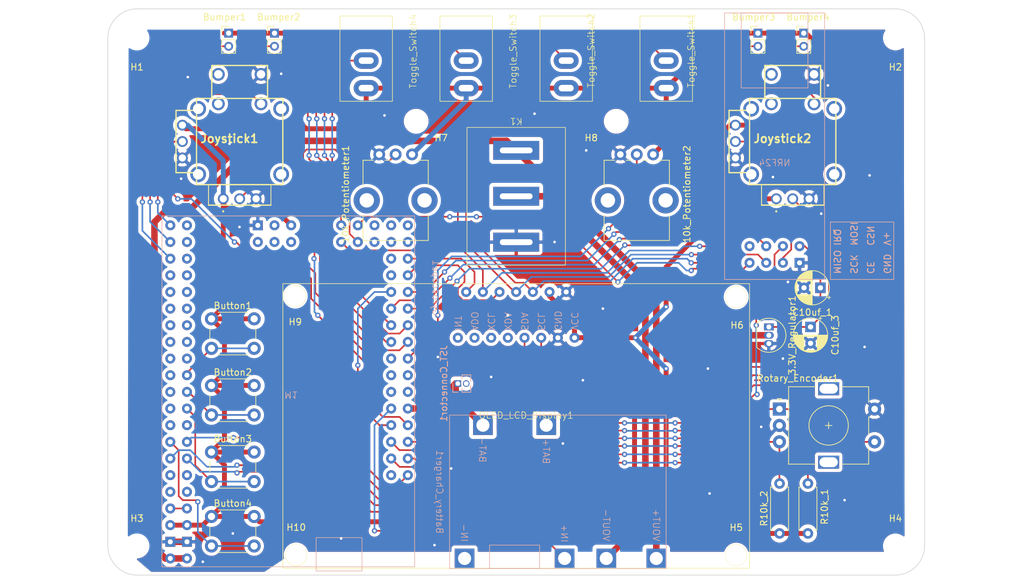
<source format=kicad_pcb>
(kicad_pcb (version 20221018) (generator pcbnew)
  (layers (0 "F.Cu" signal) (31 "B.Cu" signal) (34 "B.Paste" user) (35 "F.Paste" user) (36 "B.SilkS" user "B.Silkscreen") (37 "F.SilkS" user "F.Silkscreen") (38 "B.Mask" user) (39 "F.Mask" user) (44 "Edge.Cuts" user))
  (net 0 "")
  (net 1 "/CE")
  (net 4 "GND")
  (net 5 "/3.3v")
  (net 6 "/REF")
  (net 7 "/5v")
  (net 9 "/Rotary Encoder Switch")
  (net 10 "/Left Bumper A")
  (net 11 "/Right Bumper A")
  (net 12 "/Left Bumper B")
  (net 13 "/Right Bumper B")
  (net 14 "/Joy Right Button")
  (net 15 "/Toggle C")
  (net 16 "/Toggle D")
  (net 17 "/Toggle B")
  (net 18 "/Toggle A")
  (net 19 "/Joy Left Button")
  (net 20 "/Button D")
  (net 21 "/Button C")
  (net 22 "/Button B")
  (net 23 "/Button A")
  (net 26 "/Screen CS")
  (net 28 "/Screen RES")
  (net 29 "/Vin")
  (net 30 "Net-(3.3V_Regulator1-VO)")
  (net 49 "/Pot Right")
  (net 50 "/Joy Right Y")
  (net 51 "/SCL")
  (net 52 "/SDA")
  (net 53 "/Joy Right X")
  (net 54 "/Pot Left")
  (net 55 "/Joy Left X")
  (net 56 "/Joy Left Y")
  (net 57 "/SCK")
  (net 58 "/MISO")
  (net 59 "/MOSI")
  (net 60 "/NRF CSN")
  (net 61 "/RotaryEncoderB")
  (net 62 "/RotaryEncoderA")
  (net 80 "/Bat+")
  (net 81 "/VOUT-")
  (net 96 "/In+")
  (net 97 "/Bat-")
  (footprint "MountingHole:MountingHole_3.2mm_M3" (layer "F.Cu") (at 83.185 137.795)
    (fp_text reference "H3")
    (fp_text value "MountingHole_Pad")
  )
  (footprint "AddedFootprints:SPST Mini Toggle Switch 2 Pin 2 Position" (layer "F.Cu") (at 118.11 69.977 90)
    (fp_text reference "Toggle_Switch4")
    (fp_text value "SW_DIP_x01")
  )
  (footprint "Rotary_Encoder:RotaryEncoder_Alps_EC11E-Switch_Vertical_H20mm" (layer "F.Cu") (at 181.08 116.92)
    (fp_text reference "Rotary_Encoder1")
    (fp_text value "EC11E")
  )
  (footprint "MountingHole:MountingHole_3.2mm_M3" (layer "F.Cu") (at 198.755 137.795)
    (fp_text reference "H4")
    (fp_text value "MountingHole_Pad")
  )
  (footprint "MountingHole:MountingHole_3.2mm_M3" (layer "F.Cu") (at 107.306032 99.690751)
    (fp_text reference "H9")
    (fp_text value "MountingHole_Pad")
  )
  (footprint "Capacitor_THT:CP_Radial_D5.0mm_P2.50mm" (layer "F.Cu") (at 185.822 104.394 -90)
    (fp_text reference "C10uf_3")
    (fp_text value "10uf")
  )
  (footprint "Resistor_THT:R_Axial_DIN0207_L6.3mm_D2.5mm_P7.62mm_Horizontal" (layer "F.Cu") (at 181.102 135.89 90)
    (fp_text reference "R10k_2")
    (fp_text value "R 10k")
  )
  (footprint "Button_Switch_THT:SW_PUSH_6mm" (layer "F.Cu") (at 94.54 123.48)
    (fp_text reference "Button3")
    (fp_text value "SW_Push C")
  )
  (footprint "Capacitor_THT:CP_Radial_D5.0mm_P2.50mm" (layer "F.Cu") (at 187.325 98.425 180)
    (fp_text reference "C10uf_1")
    (fp_text value "10uf")
  )
  (footprint "MountingHole:MountingHole_3.2mm_M3" (layer "F.Cu") (at 125.73 73.025)
    (fp_text reference "H7")
    (fp_text value "MountingHole_Pad")
  )
  (footprint "AddedFootprints:SPST Mini Toggle Switch 2 Pin 2 Position" (layer "F.Cu") (at 148.59 69.977 90)
    (fp_text reference "Toggle_Switch2")
    (fp_text value "SW_DIP_x01")
  )
  (footprint "Connector_PinHeader_2.00mm:PinHeader_1x02_P2.00mm_Vertical" (layer "F.Cu") (at 104.14 59.595)
    (fp_text reference "Bumper2")
    (fp_text value "SW_Push Left Bumper B")
  )
  (footprint "MountingHole:MountingHole_3.2mm_M3" (layer "F.Cu") (at 198.755 60.325)
    (fp_text reference "H2")
    (fp_text value "MountingHole_Pad")
  )
  (footprint "MountingHole:MountingHole_3.2mm_M3" (layer "F.Cu") (at 107.445778 139.162731)
    (fp_text reference "H10")
    (fp_text value "MountingHole_Pad")
  )
  (footprint "Button_Switch_THT:SW_PUSH_6mm" (layer "F.Cu") (at 94.54 133.3)
    (fp_text reference "Button4")
    (fp_text value "SW_Push D")
  )
  (footprint "Button_Switch_THT:SW_PUSH_6mm" (layer "F.Cu") (at 94.54 113.32)
    (fp_text reference "Button2")
    (fp_text value "SW_Push B")
  )
  (footprint "Button_Switch_THT:SW_PUSH_6mm" (layer "F.Cu") (at 94.54 103.16)
    (fp_text reference "Button1")
    (fp_text value "SW_Push A")
  )
  (footprint "Connector_PinHeader_2.00mm:PinHeader_1x02_P2.00mm_Vertical" (layer "F.Cu") (at 97.155 59.595)
    (fp_text reference "Bumper1")
    (fp_text value "SW_Push Left Bumper A")
  )
  (footprint "AddedFootprints:KCD1 Mini Rocker Switch" (layer "F.Cu") (at 140.97 84.47 180)
    (fp_text reference "K1")
    (fp_text value "KCD1 Power Switch")
  )
  (footprint "MountingHole:MountingHole_3.2mm_M3" (layer "F.Cu") (at 174.493637 99.822788)
    (fp_text reference "H6")
    (fp_text value "MountingHole_Pad")
  )
  (footprint "AddedFootprints:SPST Mini Toggle Switch 2 Pin 2 Position" (layer "F.Cu") (at 163.83 69.977 90)
    (fp_text reference "Toggle_Switch1")
    (fp_text value "SW_DIP_x01")
  )
  (footprint "Potentiometer_THT:Potentiometer_Bourns_PTV09A-1_Single_Vertical" (layer "F.Cu") (at 120.1 78.09 -90)
    (fp_text reference "10k_Potentiometer1")
    (fp_text value "PTV09A-4220F-B103")
  )
  (footprint "Connector_PinHeader_2.00mm:PinHeader_1x02_P2.00mm_Vertical" (layer "F.Cu") (at 177.8 59.595)
    (fp_text reference "Bumper3")
    (fp_text value "SW_Push Right Bumper A")
  )
  (footprint "AddedFootprints:SPST Mini Toggle Switch 2 Pin 2 Position" (layer "F.Cu") (at 133.35 69.977 90)
    (fp_text reference "Toggle_Switch3")
    (fp_text value "SW_DIP_x01")
  )
  (footprint "Potentiometer_THT:Potentiometer_Bourns_PTV09A-1_Single_Vertical" (layer "F.Cu") (at 156.84 78.09 -90)
    (fp_text reference "10k_Potentiometer2")
    (fp_text value "PTV09A-4220F-B103")
  )
  (footprint "Resistor_THT:R_Axial_DIN0207_L6.3mm_D2.5mm_P7.62mm_Horizontal" (layer "F.Cu") (at 185.42 135.89 90)
    (fp_text reference "R10k_1")
    (fp_text value "R 10k")
  )
  (footprint "MountingHole:MountingHole_3.2mm_M3" (layer "F.Cu") (at 83.185 60.325)
    (fp_text reference "H1")
    (fp_text value "MountingHole_Pad")
  )
  (footprint "Package_TO_SOT_THT:TO-92_Inline" (layer "F.Cu") (at 179.472 104.394 -90)
    (fp_text reference "3.3V_Regulator1")
    (fp_text value "HT7333-3.3_TO92")
  )
  (footprint "AddedFootprints:OLED LCD Display SSD1309" (layer "F.Cu") (at 105.41 97.79)
    (fp_text reference "OLED_LCD_Display1")
    (fp_text value "SSD1309 2.4inch")
  )
  (footprint "MountingHole:MountingHole_3.2mm_M3" (layer "F.Cu") (at 156.21 73.025)
    (fp_text reference "H8")
    (fp_text value "MountingHole_Pad")
  )
  (footprint "MountingHole:MountingHole_3.2mm_M3" (layer "F.Cu") (at 174.498151 139.192604)
    (fp_text reference "H5")
    (fp_text value "MountingHole_Pad")
  )
  (footprint "AddedFootprints:THB001P" (layer "F.Cu") (at 96.335 84.85 180)
    (fp_text reference "Joystick1")
    (fp_text value "THB001P Joy Left" hide)
  )
  (footprint "Connector_PinHeader_2.00mm:PinHeader_1x02_P2.00mm_Vertical" (layer "F.Cu") (at 184.785 59.595)
    (fp_text reference "Bumper4")
    (fp_text value "SW_Push Right Bumper B")
  )
  (footprint "AddedFootprints:THB001P" (layer "F.Cu") (at 180.605 84.85 180)
    (fp_text reference "Joystick2")
    (fp_text value "THB001P Joy Right" hide)
  )
  (footprint "Connector_PinSocket_1.27mm:PinSocket_1x02_P1.27mm_Vertical" (layer "B.Cu") (at 132.08 113.03 -90)
    (fp_text reference "JST_Connector1")
    (fp_text value "1.27mm_JST_Connector_1")
  )
  (footprint "AddedFootprints:MPU6050 Gyroscope" (layer "B.Cu") (at 149.86 106.045 90)
    (fp_text reference "Gyroscope1")
    (fp_text value "MPU6050 Gyroscope")
  )
  (footprint "AddedFootprints:Arduino Mega Pro" (layer "B.Cu") (at 86.995 140.97)
    (fp_text reference "M1")
    (fp_text value "~")
  )
  (footprint "AddedFootprints:J5019 Charger" (layer "B.Cu") (at 162.316 139.7 90)
    (fp_text reference "Battery_Charger1")
    (fp_text value "J5019 Charger")
  )
  (footprint "AddedFootprints:NRF24L01+ Antenna" (layer "B.Cu") (at 184.15 94.615 90)
    (fp_text reference "NRF24")
    (fp_text value "NRF24L01+PA+LNA1")
  )
  (gr_line (start 174.498 105.664) (end 179.324 105.664) (stroke (width 1)) (layer "F.Cu"))
  (gr_arc (start 198.7 55.88) (mid 201.881981 57.198019) (end 203.2 60.38) (stroke (width 0.1)) (layer "Edge.Cuts"))
  (gr_line (start 203.2 60.38) (end 203.2 137.74) (stroke (width 0.1)) (layer "Edge.Cuts"))
  (gr_line (start 78.74 137.74) (end 78.74 60.38) (stroke (width 0.1)) (layer "Edge.Cuts"))
  (gr_arc (start 203.2 137.74) (mid 201.881981 140.921981) (end 198.7 142.24) (stroke (width 0.1)) (layer "Edge.Cuts"))
  (gr_arc (start 83.24 142.24) (mid 80.058019 140.921981) (end 78.74 137.74) (stroke (width 0.1)) (layer "Edge.Cuts"))
  (gr_arc (start 78.74 60.38) (mid 80.058019 57.198019) (end 83.24 55.88) (stroke (width 0.1)) (layer "Edge.Cuts"))
  (gr_line (start 198.7 142.24) (end 83.24 142.24) (stroke (width 0.1)) (layer "Edge.Cuts"))
  (gr_line (start 83.24 55.88) (end 198.7 55.88) (stroke (width 0.1)) (layer "Edge.Cuts"))
  (segment (start 135.89 99.06) (end 135.89 95.758) (width 0.25) (layer "F.Cu") (net 1))
  (segment (start 175.875581 88.919419) (end 172.700581 92.094419) (width 0.25) (layer "F.Cu") (net 1))
  (segment (start 180.994419 88.919419) (end 175.875581 88.919419) (width 0.25) (layer "F.Cu") (net 1))
  (segment (start 181.61 93.853) (end 182.88 92.583) (width 0.25) (layer "F.Cu") (net 1))
  (segment (start 115.578 92.718) (end 114.3 91.44) (width 0.25) (layer "F.Cu") (net 1))
  (segment (start 182.88 92.583) (end 182.88 90.805) (width 0.25) (layer "F.Cu") (net 1))
  (segment (start 182.88 90.805) (end 180.994419 88.919419) (width 0.25) (layer "F.Cu") (net 1))
  (segment (start 135.89 95.758) (end 132.85 92.718) (width 0.25) (layer "F.Cu") (net 1))
  (segment (start 172.700581 92.094419) (end 168.929419 92.094419) (width 0.25) (layer "F.Cu") (net 1))
  (segment (start 132.85 92.718) (end 115.578 92.718) (width 0.25) (layer "F.Cu") (net 1))
  (segment (start 181.61 94.615) (end 181.61 93.853) (width 0.25) (layer "F.Cu") (net 1))
  (via (at 168.929419 92.094419) (size 0.8) (drill 0.4) (layers "F.Cu" "B.Cu") (net 1))
  (segment (start 165.832581 92.739419) (end 158.212581 92.739419) (width 0.25) (layer "B.Cu") (net 1))
  (segment (start 138.805 96.145) (end 135.89 99.06) (width 0.25) (layer "B.Cu") (net 1))
  (segment (start 166.477581 92.094419) (end 165.832581 92.739419) (width 0.25) (layer "B.Cu") (net 1))
  (segment (start 168.929419 92.094419) (end 166.477581 92.094419) (width 0.25) (layer "B.Cu") (net 1))
  (segment (start 158.212581 92.739419) (end 154.807 96.145) (width 0.25) (layer "B.Cu") (net 1))
  (segment (start 154.807 96.145) (end 138.805 96.145) (width 0.25) (layer "B.Cu") (net 1))
  (segment (start 88.265 137.16) (end 90.805 137.16) (width 1) (layer "F.Cu") (net 4))
  (via (at 151.638 77.47) (size 0.8) (drill 0.4) (layers "F.Cu" "B.Cu") (net 4))
  (via (at 151.13 112.522) (size 0.8) (drill 0.4) (layers "F.Cu" "B.Cu") (net 4))
  (via (at 139.7 102.616) (size 0.8) (drill 0.4) (layers "F.Cu" "B.Cu") (net 4))
  (via (at 148.082 122.174) (size 0.8) (drill 0.4) (layers "F.Cu" "B.Cu") (net 4))
  (via (at 97.79 135.89) (size 0.8) (drill 0.4) (layers "F.Cu" "B.Cu") (net 4))
  (via (at 129.032 108.966) (size 0.8) (drill 0.4) (layers "F.Cu" "B.Cu") (net 4))
  (via (at 181.61 109.22) (size 0.8) (drill 0.4) (layers "F.Cu" "B.Cu") (net 4))
  (via (at 188.468 67.564) (size 0.8) (drill 0.4) (layers "F.Cu" "B.Cu") (net 4))
  (via (at 105.156 65.786) (size 0.8) (drill 0.4) (layers "F.Cu" "B.Cu") (net 4))
  (via (at 98.806 89.154) (size 0.8) (drill 0.4) (layers "F.Cu" "B.Cu") (net 4))
  (via (at 114.3 136.652) (size 0.8) (drill 0.4) (layers "F.Cu" "B.Cu") (net 4))
  (via (at 137.16 112.014) (size 0.8) (drill 0.4) (layers "F.Cu" "B.Cu") (net 4))
  (via (at 178.308 119.634) (size 0.8) (drill 0.4) (layers "F.Cu" "B.Cu") (net 4))
  (via (at 143.764 71.882) (size 0.8) (drill 0.4) (layers "F.Cu" "B.Cu") (net 4))
  (via (at 97.282 76.454) (size 0.8) (drill 0.4) (layers "F.Cu" "B.Cu") (net 4))
  (via (at 93.218 140.208) (size 0.8) (drill 0.4) (layers "F.Cu" "B.Cu") (net 4))
  (via (at 180.086 81.534) (size 0.8) (drill 0.4) (layers "F.Cu" "B.Cu") (net 4))
  (via (at 89.916 81.788) (size 0.8) (drill 0.4) (layers "F.Cu" "B.Cu") (net 4))
  (via (at 90.932 66.294) (size 0.8) (drill 0.4) (layers "F.Cu" "B.Cu") (net 4))
  (via (at 170.18 110.744) (size 0.8) (drill 0.4) (layers "F.Cu" "B.Cu") (net 4))
  (via (at 146.812 91.44) (size 0.8) (drill 0.4) (layers "F.Cu" "B.Cu") (net 4))
  (via (at 131.064 125.984) (size 0.8) (drill 0.4) (layers "F.Cu" "B.Cu") (net 4))
  (via (at 194.056 107.442) (size 0.8) (drill 0.4) (layers "F.Cu" "B.Cu") (net 4))
  (via (at 191.008 130.81) (size 0.8) (drill 0.4) (layers "F.Cu" "B.Cu") (net 4))
  (via (at 128.524 137.668) (size 0.8) (drill 0.4) (layers "F.Cu" "B.Cu") (net 4))
  (via (at 187.452 87.122) (size 0.8) (drill 0.4) (layers "F.Cu" "B.Cu") (net 4))
  (via (at 120.904 72.136) (size 0.8) (drill 0.4) (layers "F.Cu" "B.Cu") (net 4))
  (via (at 170.434 129.794) (size 0.8) (drill 0.4) (layers "F.Cu" "B.Cu") (net 4))
  (via (at 154.178 101.6) (size 0.8) (drill 0.4) (layers "F.Cu" "B.Cu") (net 4))
  (via (at 182.372 97.536) (size 0.8) (drill 0.4) (layers "F.Cu" "B.Cu") (net 4))
  (via (at 194.818 81.28) (size 0.8) (drill 0.4) (layers "F.Cu" "B.Cu") (net 4))
  (segment (start 88.265 132.08) (end 90.805 132.08) (width 0.25) (layer "F.Cu") (net 5))
  (segment (start 185.116712 59.595) (end 184.785 59.595) (width 0.75) (layer "F.Cu") (net 7))
  (segment (start 163.8155 110.744) (end 163.8155 131.4305) (width 0.75) (layer "F.Cu") (net 7))
  (segment (start 174.23 84.85) (end 170.942 88.138) (width 0.75) (layer "F.Cu") (net 7))
  (segment (start 96.515 125.455) (end 94.54 123.48) (width 0.75) (layer "F.Cu") (net 7))
  (segment (start 153.035 106.045) (end 149.86 106.045) (width 0.75) (layer "F.Cu") (net 7))
  (segment (start 133.35 67.977) (end 148.59 67.977) (width 0.75) (layer "F.Cu") (net 7))
  (segment (start 90.805 134.62) (end 88.265 134.62) (width 0.75) (layer "F.Cu") (net 7))
  (segment (start 106.68 88.9) (end 104.425481 86.645481) (width 0.75) (layer "F.Cu") (net 7))
  (segment (start 101.04 123.48) (end 94.54 123.48) (width 0.75) (layer "F.Cu") (net 7))
  (segment (start 148.59 67.977) (end 163.83 67.977) (width 0.75) (layer "F.Cu") (net 7))
  (segment (start 170.942 76.228) (end 170.942 88.138) (width 0.75) (layer "F.Cu") (net 7))
  (segment (start 94.54 133.3) (end 96.515 131.325) (width 0.75) (layer "F.Cu") (net 7))
  (segment (start 94.54 113.32) (end 96.515 115.295) (width 0.75) (layer "F.Cu") (net 7))
  (segment (start 97.31 86.645481) (end 96.335 85.670481) (width 0.75) (layer "F.Cu") (net 7))
  (segment (start 90.105 73.62) (end 90.653 74.168) (width 0.75) (layer "F.Cu") (net 7))
  (segment (start 163.83 76.1) (end 163.83 67.977) (width 0.75) (layer "F.Cu") (net 7))
  (segment (start 174.375 73.62) (end 173.55 73.62) (width 0.75) (layer "F.Cu") (net 7))
  (segment (start 146.05 99.06) (end 146.05 99.695) (width 0.75) (layer "F.Cu") (net 7))
  (segment (start 96.515 121.505) (end 94.54 123.48) (width 0.75) (layer "F.Cu") (net 7))
  (segment (start 101.04 133.3) (end 101.852 134.112) (width 0.75) (layer "F.Cu") (net 7))
  (segment (start 163.8155 131.4305) (end 168.275 135.89) (width 0.75) (layer "F.Cu") (net 7))
  (segment (start 163.8155 95.2645) (end 170.942 88.138) (width 0.75) (layer "F.Cu") (net 7))
  (segment (start 180.605 84.85) (end 174.23 84.85) (width 0.75) (layer "F.Cu") (net 7))
  (segment (start 172.212 59.595) (end 163.83 67.977) (width 0.75) (layer "F.Cu") (net 7))
  (segment (start 163.8155 101.346) (end 163.8155 95.2645) (width 0.75) (layer "F.Cu") (net 7))
  (segment (start 177.8 59.595) (end 172.212 59.595) (width 0.75) (layer "F.Cu") (net 7))
  (segment (start 90.805 134.62) (end 93.22 134.62) (width 0.75) (layer "F.Cu") (net 7))
  (segment (start 90.653 74.168) (end 108.204 74.168) (width 0.75) (layer "F.Cu") (net 7))
  (segment (start 101.852 134.112) (end 157.988 134.112) (width 0.75) (layer "F.Cu") (net 7))
  (segment (start 94.54 103.16) (end 96.335 101.365) (width 0.75) (layer "F.Cu") (net 7))
  (segment (start 101.04 103.16) (end 94.54 103.16) (width 0.75) (layer "F.Cu") (net 7))
  (segment (start 97.155 59.595) (end 104.14 59.595) (width 0.75) (layer "F.Cu") (net 7))
  (segment (start 107.335 72.522599) (end 108.980401 74.168) (width 0.75) (layer "F.Cu") (net 7))
  (segment (start 96.515 105.135) (end 94.54 103.16) (width 0.75) (layer "F.Cu") (net 7))
  (segment (start 94.54 133.3) (end 101.04 133.3) (width 0.75) (layer "F.Cu") (net 7))
  (segment (start 174.375 73.62) (end 190.004105 73.62) (width 0.75) (layer "F.Cu") (net 7))
  (segment (start 96.335 101.365) (end 96.335 84.85) (width 0.75) (layer "F.Cu") (net 7))
  (segment (start 191.605 72.019105) (end 191.605 66.083288) (width 0.75) (layer "F.Cu") (net 7))
  (segment (start 93.22 134.62) (end 94.54 133.3) (width 0.75) (layer "F.Cu") (net 7))
  (segment (start 104.14 59.595) (end 105.823 59.595) (width 0.75) (layer "F.Cu") (net 7))
  (segment (start 191.605 66.083288) (end 185.116712 59.595) (width 0.75) (layer "F.Cu") (net 7))
  (segment (start 149.86 103.505) (end 149.86 106.045) (width 0.75) (layer "F.Cu") (net 7))
  (segment (start 115.3955 74.168) (end 118.11 71.4535) (width 0.75) (layer "F.Cu") (net 7))
  (segment (start 94.54 113.32) (end 96.515 111.345) (width 0.75) (layer "F.Cu") (net 7))
  (segment (start 96.515 115.295) (end 96.515 121.505) (width 0.75) (layer "F.Cu") (net 7))
  (segment (start 108.980401 74.168) (end 109.22 74.168) (width 0.75) (layer "F.Cu") (net 7))
  (segment (start 161.84 78.09) (end 163.83 76.1) (width 0.75) (layer "F.Cu") (net 7))
  (segment (start 96.515 111.345) (end 96.515 105.135) (width 0.75) (layer "F.Cu") (net 7))
  (segment (start 118.11 67.977) (end 133.35 67.977) (width 0.75) (layer "F.Cu") (net 7))
  (segment (start 104.425481 86.645481) (end 97.31 86.645481) (width 0.75) (layer "F.Cu") (net 7))
  (segment (start 146.05 99.695) (end 149.86 103.505) (width 0.75) (layer "F.Cu") (net 7))
  (segment (start 96.335 85.670481) (end 96.335 84.85) (width 0.75) (layer "F.Cu") (net 7))
  (segment (start 184.785 59.595) (end 177.8 59.595) (width 0.75) (layer "F.Cu") (net 7))
  (segment (start 118.11 71.4535) (end 118.11 67.977) (width 0.75) (layer "F.Cu") (net 7))
  (segment (start 96.515 131.325) (end 96.515 125.455) (width 0.75) (layer "F.Cu") (net 7))
  (segment (start 101.04 113.32) (end 94.54 113.32) (width 0.75) (layer "F.Cu") (net 7))
  (segment (start 159.004 133.096) (end 159.004 112.014) (width 0.75) (layer "F.Cu") (net 7))
  (segment (start 159.004 112.014) (end 153.035 106.045) (width 0.75) (layer "F.Cu") (net 7))
  (segment (start 108.204 74.168) (end 115.3955 74.168) (width 0.75) (layer "F.Cu") (net 7))
  (segment (start 168.275 135.89) (end 185.42 135.89) (width 0.75) (layer "F.Cu") (net 7))
  (segment (start 173.55 73.62) (end 170.942 76.228) (width 0.75) (layer "F.Cu") (net 7))
  (segment (start 157.988 134.112) (end 159.004 133.096) (width 0.75) (layer "F.Cu") (net 7))
  (segment (start 105.823 59.595) (end 107.335 61.107) (width 0.75) (layer "F.Cu") (net 7))
  (segment (start 159.1555 106.045) (end 149.86 106.045) (width 0.75) (layer "F.Cu") (net 7))
  (segment (start 190.004105 73.62) (end 191.605 72.019105) (width 0.75) (layer "F.Cu") (net 7))
  (segment (start 107.335 61.107) (end 107.335 72.522599) (width 0.75) (layer "F.Cu") (net 7))
  (segment (start 96.48 59.595) (end 97.155 59.595) (width 0.75) (layer "F.Cu") (net 7))
  (via (at 159.1555 106.045) (size 0.8) (drill 0.4) (layers "F.Cu" "B.Cu") (net 7))
  (via (at 163.8155 110.744) (size 0.8) (drill 0.4) (layers "F.Cu" "B.Cu") (net 7))
  (via (at 163.8155 101.346) (size 0.8) (drill 0.4) (layers "F.Cu" "B.Cu") (net 7))
  (segment (start 96.335 84.85) (end 96.335 79.025) (width 0.75) (layer "B.Cu") (net 7))
  (segment (start 133.35 69.84) (end 133.35 67.977) (width 0.75) (layer "B.Cu") (net 7))
  (segment (start 159.1555 106.084) (end 159.1555 106.045) (width 0.75) (layer "B.Cu") (net 7))
  (segment (start 125.1 78.09) (end 133.35 69.84) (width 0.75) (layer "B.Cu") (net 7))
  (segment (start 90.93 73.62) (end 90.105 73.62) (width 0.75) (layer "B.Cu") (net 7))
  (segment (start 96.335 79.025) (end 90.93 73.62) (width 0.75) (layer "B.Cu") (net 7))
  (segment (start 163.8155 110.744) (end 159.1555 106.084) (width 0.75) (layer "B.Cu") (net 7))
  (segment (start 159.1555 106.045) (end 159.1555 106.006) (width 0.75) (layer "B.Cu") (net 7))
  (segment (start 159.1555 106.006) (end 163.8155 101.346) (width 0.75) (layer "B.Cu") (net 7))
  (segment (start 165.19 121.380497) (end 169.068503 121.380497) (width 0.25) (layer "F.Cu") (net 9))
  (segment (start 177.165 113.284) (end 182.284446 113.284) (width 0.25) (layer "F.Cu") (net 9))
  (segment (start 169.068503 121.380497) (end 177.165 113.284) (width 0.25) (layer "F.Cu") (net 9))
  (segment (start 147.32 129.54) (end 155.479503 121.380497) (width 0.25) (layer "F.Cu") (net 9))
  (segment (start 116.84 110.236) (end 116.84 125.984) (width 0.25) (layer "F.Cu") (net 9))
  (segment (start 116.84 125.984) (end 120.396 129.54) (width 0.25) (layer "F.Cu") (net 9))
  (segment (start 120.396 129.54) (end 147.32 129.54) (width 0.25) (layer "F.Cu") (net 9))
  (segment (start 182.284446 113.284) (end 190.920446 121.92) (width 0.25) (layer "F.Cu") (net 9))
  (segment (start 155.479503 121.380497) (end 157.48 121.380497) (width 0.25) (layer "F.Cu") (net 9))
  (segment (start 190.920446 121.92) (end 195.58 121.92) (width 0.25) (layer "F.Cu") (net 9))
  (via (at 157.48 121.380497) (size 0.8) (drill 0.4) (layers "F.Cu" "B.Cu") (net 9))
  (via (at 165.19 121.380497) (size 0.8) (drill 0.4) (layers "F.Cu" "B.Cu") (net 9))
  (via (at 116.84 110.236) (size 0.8) (drill 0.4) (layers "F.Cu" "B.Cu") (net 9))
  (segment (start 116.84 101.6) (end 119.38 99.06) (width 0.25) (layer "B.Cu") (net 9))
  (segment (start 116.84 110.236) (end 116.84 101.6) (width 0.25) (layer "B.Cu") (net 9))
  (segment (start 165.19 121.380497) (end 157.48 121.380497) (width 0.25) (layer "B.Cu") (net 9))
  (segment (start 119.38 99.06) (end 121.92 99.06) (width 0.25) (layer "B.Cu") (net 9))
  (segment (start 84.010994 66.682006) (end 89.098 61.595) (width 0.25) (layer "F.Cu") (net 10))
  (segment (start 89.098 61.595) (end 97.155 61.595) (width 0.25) (layer "F.Cu") (net 10))
  (segment (start 84.010994 85.344) (end 84.010994 66.682006) (width 0.25) (layer "F.Cu") (net 10))
  (via (at 84.010994 85.344) (size 0.8) (drill 0.4) (layers "F.Cu" "B.Cu") (net 10))
  (segment (start 84.010994 85.344) (end 84.010994 89.725994) (width 0.25) (layer "B.Cu") (net 10))
  (segment (start 84.010994 89.725994) (end 88.265 93.98) (width 0.25) (layer "B.Cu") (net 10))
  (segment (start 174.625 61.595) (end 177.8 61.595) (width 0.25) (layer "F.Cu") (net 11))
  (segment (start 166.624 86.868) (end 166.624 69.596) (width 0.25) (layer "F.Cu") (net 11))
  (segment (start 124.46 99.06) (end 127 99.06) (width 0.25) (layer "F.Cu") (net 11))
  (segment (start 127 99.06) (end 130.048 96.012) (width 0.25) (layer "F.Cu") (net 11))
  (segment (start 155.86331 90.242695) (end 156.190005 89.916) (width 0.25) (layer "F.Cu") (net 11))
  (segment (start 166.624 69.596) (end 174.625 61.595) (width 0.25) (layer "F.Cu") (net 11))
  (segment (start 163.576 89.916) (end 166.624 86.868) (width 0.25) (layer "F.Cu") (net 11))
  (segment (start 156.190005 89.916) (end 163.576 89.916) (width 0.25) (layer "F.Cu") (net 11))
  (via (at 130.048 96.012) (size 0.8) (drill 0.4) (layers "F.Cu" "B.Cu") (net 11))
  (via (at 155.86331 90.242695) (size 0.8) (drill 0.4) (layers "F.Cu" "B.Cu") (net 11))
  (segment (start 151.836005 94.27) (end 131.79 94.27) (width 0.25) (layer "B.Cu") (net 11))
  (segment (start 131.79 94.27) (end 130.048 96.012) (width 0.25) (layer "B.Cu") (net 11))
  (segment (start 155.86331 90.242695) (end 151.836005 94.27) (width 0.25) (layer "B.Cu") (net 11))
  (segment (start 89.408 62.992) (end 97.598966 62.992) (width 0.25) (layer "F.Cu") (net 12))
  (segment (start 85.185497 67.214503) (end 89.408 62.992) (width 0.25) (layer "F.Cu") (net 12))
  (segment (start 97.598966 62.992) (end 98.995966 61.595) (width 0.25) (layer "F.Cu") (net 12))
  (segment (start 85.185497 85.344) (end 85.185497 67.214503) (width 0.25) (layer "F.Cu") (net 12))
  (segment (start 98.995966 61.595) (end 104.14 61.595) (width 0.25) (layer "F.Cu") (net 12))
  (via (at 85.185497 85.344) (size 0.8) (drill 0.4) (layers "F.Cu" "B.Cu") (net 12))
  (segment (start 85.185497 85.344) (end 85.185497 88.360497) (width 0.25) (layer "B.Cu") (net 12))
  (segment (start 85.185497 88.360497) (end 88.265 91.44) (width 0.25) (layer "B.Cu") (net 12))
  (segment (start 167.64 69.971884) (end 174.619884 62.992) (width 0.25) (layer "F.Cu") (net 13))
  (segment (start 164.084 90.932) (end 167.64 87.376) (width 0.25) (layer "F.Cu") (net 13))
  (segment (start 123.182 100.338) (end 121.92 101.6) (width 0.25) (layer "F.Cu") (net 13))
  (segment (start 127.480098 100.338) (end 123.182 100.338) (width 0.25) (layer "F.Cu") (net 13))
  (segment (start 130.87218 96.945918) (end 127.480098 100.338) (width 0.25) (layer "F.Cu") (net 13))
  (segment (start 156.693808 91.073194) (end 156.835002 90.932) (width 0.25) (layer "F.Cu") (net 13))
  (segment (start 167.64 87.376) (end 167.64 69.971884) (width 0.25) (layer "F.Cu") (net 13))
  (segment (start 156.835002 90.932) (end 164.084 90.932) (width 0.25) (layer "F.Cu") (net 13))
  (segment (start 180.647034 62.992) (end 182.044034 61.595) (width 0.25) (layer "F.Cu") (net 13))
  (segment (start 182.044034 61.595) (end 184.785 61.595) (width 0.25) (layer "F.Cu") (net 13))
  (segment (start 174.619884 62.992) (end 180.647034 62.992) (width 0.25) (layer "F.Cu") (net 13))
  (via (at 156.693808 91.073194) (size 0.8) (drill 0.4) (layers "F.Cu" "B.Cu") (net 13))
  (via (at 130.87218 96.945918) (size 0.8) (drill 0.4) (layers "F.Cu" "B.Cu") (net 13))
  (segment (start 132.923098 94.895) (end 130.87218 96.945918) (width 0.25) (layer "B.Cu") (net 13))
  (segment (start 156.693808 91.073194) (end 152.872002 94.895) (width 0.25) (layer "B.Cu") (net 13))
  (segment (start 152.872002 94.895) (end 132.923098 94.895) (width 0.25) (layer "B.Cu") (net 13))
  (segment (start 180.968 64.008) (end 175.006 64.008) (width 0.25) (layer "F.Cu") (net 14))
  (segment (start 175.006 64.008) (end 168.656 70.358) (width 0.25) (layer "F.Cu") (net 14))
  (segment (start 186.355 69.395) (end 180.968 64.008) (width 0.25) (layer "F.Cu") (net 14))
  (segment (start 164.592 91.948) (end 157.568614 91.948) (width 0.25) (layer "F.Cu") (net 14))
  (segment (start 127.759952 101.6) (end 124.46 101.6) (width 0.25) (layer "F.Cu") (net 14))
  (segment (start 168.656 70.358) (end 168.656 87.884) (width 0.25) (layer "F.Cu") (net 14))
  (segment (start 131.951976 97.407976) (end 127.759952 101.6) (width 0.25) (layer "F.Cu") (net 14))
  (segment (start 186.355 70.37) (end 186.355 69.395) (width 0.25) (layer "F.Cu") (net 14))
  (segment (start 157.568614 91.948) (end 157.524307 91.903693) (width 0.25) (layer "F.Cu") (net 14))
  (segment (start 168.656 87.884) (end 164.592 91.948) (width 0.25) (layer "F.Cu") (net 14))
  (via (at 131.951976 97.407976) (size 0.8) (drill 0.4) (layers "F.Cu" "B.Cu") (net 14))
  (via (at 157.524307 91.903693) (size 0.8) (drill 0.4) (layers "F.Cu" "B.Cu") (net 14))
  (segment (start 133.839952 95.52) (end 131.951976 97.407976) (width 0.25) (layer "B.Cu") (net 14))
  (segment (start 157.524307 91.903693) (end 153.908 95.52) (width 0.25) (layer "B.Cu") (net 14))
  (segment (start 153.908 95.52) (end 133.839952 95.52) (width 0.25) (layer "B.Cu") (net 14))
  (segment (start 121.404038 105.402) (end 123.198 105.402) (width 0.25) (layer "F.Cu") (net 15))
  (segment (start 111.76 72.644) (end 111.76 65.532) (width 0.25) (layer "F.Cu") (net 15))
  (segment (start 111.76 78.232) (end 111.76 78.33029) (width 0.25) (layer "F.Cu") (net 15))
  (segment (start 115.446419 61.845581) (end 131.418581 61.845581) (width 0.25) (layer "F.Cu") (net 15))
  (segment (start 123.198 105.402) (end 124.46 104.14) (width 0.25) (layer "F.Cu") (net 15))
  (segment (start 112.309503 78.879793) (end 112.309503 96.307465) (width 0.25) (layer "F.Cu") (net 15))
  (segment (start 111.76 65.532) (end 115.446419 61.845581) (width 0.25) (layer "F.Cu") (net 15))
  (segment (start 131.418581 61.845581) (end 133.35 63.777) (width 0.25) (layer "F.Cu") (net 15))
  (segment (start 112.309503 96.307465) (end 121.404038 105.402) (width 0.25) (layer "F.Cu") (net 15))
  (segment (start 111.76 78.33029) (end 112.309503 78.879793) (width 0.25) (layer "F.Cu") (net 15))
  (via (at 111.76 72.644) (size 0.8) (drill 0.4) (layers "F.Cu" "B.Cu") (net 15))
  (via (at 111.76 78.232) (size 0.8) (drill 0.4) (layers "F.Cu" "B.Cu") (net 15))
  (segment (start 111.76 78.232) (end 111.76 72.644) (width 0.25) (layer "B.Cu") (net 15))
  (segment (start 112.934503 78.232) (end 112.934503 95.154503) (width 0.25) (layer "F.Cu") (net 16))
  (segment (start 112.934503 95.154503) (end 121.92 104.14) (width 0.25) (layer "F.Cu") (net 16))
  (segment (start 115.039 63.777) (end 118.11 63.777) (width 0.25) (layer "F.Cu") (net 16))
  (segment (start 112.938728 72.644) (end 112.938728 65.877272) (width 0.25) (layer "F.Cu") (net 16))
  (segment (start 112.938728 65.877272) (end 115.039 63.777) (width 0.25) (layer "F.Cu") (net 16))
  (via (at 112.938728 72.644) (size 0.8) (drill 0.4) (layers "F.Cu" "B.Cu") (net 16))
  (via (at 112.934503 78.232) (size 0.8) (drill 0.4) (layers "F.Cu" "B.Cu") (net 16))
  (segment (start 112.934503 78.232) (end 112.938728 78.227775) (width 0.25) (layer "B.Cu") (net 16))
  (segment (start 112.938728 78.227775) (end 112.938728 72.644) (width 0.25) (layer "B.Cu") (net 16))
  (segment (start 110.585498 78.330291) (end 111.684503 79.429296) (width 0.25) (layer "F.Cu") (net 17))
  (segment (start 110.585497 72.644) (end 110.500208 72.558711) (width 0.25) (layer "F.Cu") (net 17))
  (segment (start 110.585498 78.233248) (end 110.585498 78.330291) (width 0.25) (layer "F.Cu") (net 17))
  (segment (start 111.684503 97.206503) (end 121.158 106.68) (width 0.25) (layer "F.Cu") (net 17))
  (segment (start 121.158 106.68) (end 121.92 106.68) (width 0.25) (layer "F.Cu") (net 17))
  (segment (start 110.500208 72.558711) (end 110.500208 65.518999) (width 0.25) (layer "F.Cu") (net 17))
  (segment (start 145.609001 60.796001) (end 148.59 63.777) (width 0.25) (layer "F.Cu") (net 17))
  (segment (start 110.500208 65.518999) (end 115.223206 60.796001) (width 0.25) (layer "F.Cu") (net 17))
  (segment (start 111.684503 79.429296) (end 111.684503 97.206503) (width 0.25) (layer "F.Cu") (net 17))
  (segment (start 115.223206 60.796001) (end 145.609001 60.796001) (width 0.25) (layer "F.Cu") (net 17))
  (via (at 110.585497 72.644) (size 0.8) (drill 0.4) (layers "F.Cu" "B.Cu") (net 17))
  (via (at 110.585498 78.233248) (size 0.8) (drill 0.4) (layers "F.Cu" "B.Cu") (net 17))
  (segment (start 110.585497 72.644) (end 110.585498 78.233248) (width 0.25) (layer "B.Cu") (net 17))
  (segment (start 109.22 65.532) (end 114.938419 59.813581) (width 0.25) (layer "F.Cu") (net 18))
  (segment (start 109.410996 78.231539) (end 109.410996 78.813972) (width 0.25) (layer "F.Cu") (net 18))
  (segment (start 109.411038 72.654093) (end 109.22 72.463055) (width 0.25) (layer "F.Cu") (net 18))
  (segment (start 120.658 107.958) (end 123.182 107.958) (width 0.25) (layer "F.Cu") (net 18))
  (segment (start 114.938419 59.813581) (end 159.866581 59.813581) (width 0.25) (layer "F.Cu") (net 18))
  (segment (start 111.059503 80.462479) (end 111.059503 98.359503) (width 0.25) (layer "F.Cu") (net 18))
  (segment (start 159.866581 59.813581) (end 163.83 63.777) (width 0.25) (layer "F.Cu") (net 18))
  (segment (start 111.059503 98.359503) (end 120.658 107.958) (width 0.25) (layer "F.Cu") (net 18))
  (segment (start 109.410996 78.813972) (end 111.059503 80.462479) (width 0.25) (layer "F.Cu") (net 18))
  (segment (start 109.22 72.463055) (end 109.22 65.532) (width 0.25) (layer "F.Cu") (net 18))
  (segment (start 123.182 107.958) (end 124.46 106.68) (width 0.25) (layer "F.Cu") (net 18))
  (via (at 109.411038 72.654093) (size 0.8) (drill 0.4) (layers "F.Cu" "B.Cu") (net 18))
  (via (at 109.410996 78.231539) (size 0.8) (drill 0.4) (layers "F.Cu" "B.Cu") (net 18))
  (segment (start 109.411038 78.231497) (end 109.411038 72.654093) (width 0.25) (layer "B.Cu") (net 18))
  (segment (start 109.410996 78.231539) (end 109.411038 78.231497) (width 0.25) (layer "B.Cu") (net 18))
  (segment (start 89.093 68.895) (end 100.61 68.895) (width 0.25) (layer "F.Cu") (net 19))
  (segment (start 86.36 85.344) (end 86.36 71.628) (width 0.25) (layer "F.Cu") (net 19))
  (segment (start 100.61 68.895) (end 102.085 70.37) (width 0.25) (layer "F.Cu") (net 19))
  (segment (start 86.36 71.628) (end 89.093 68.895) (width 0.25) (layer "F.Cu") (net 19))
  (via (at 86.36 85.344) (size 0.8) (drill 0.4) (layers "F.Cu" "B.Cu") (net 19))
  (segment (start 86.36 85.344) (end 86.36 86.995) (width 0.25) (layer "B.Cu") (net 19))
  (segment (start 86.36 86.995) (end 88.265 88.9) (width 0.25) (layer "B.Cu") (net 19))
  (segment (start 89.543 130.183) (end 89.543 123.198) (width 0.25) (layer "F.Cu") (net 20))
  (segment (start 92.21 130.818) (end 90.178 130.818) (width 0.25) (layer "F.Cu") (net 20))
  (segment (start 89.543 123.198) (end 88.265 121.92) (width 0.25) (layer "F.Cu") (net 20))
  (segment (start 92.456 131.064) (end 92.21 130.818) (width 0.25) (layer "F.Cu") (net 20))
  (segment (start 90.178 130.818) (end 89.543 130.183) (width 0.25) (layer "F.Cu") (net 20))
  (via (at 92.456 131.064) (size 0.8) (drill 0.4) (layers "F.Cu" "B.Cu") (net 20))
  (segment (start 94.54 137.8) (end 92.456 135.716) (width 0.25) (layer "B.Cu") (net 20))
  (segment (start 92.456 135.716) (end 92.456 131.064) (width 0.25) (layer "B.Cu") (net 20))
  (segment (start 94.54 137.8) (end 101.04 137.8) (width 0.25) (layer "B.Cu") (net 20))
  (segment (start 92.067 125.507) (end 92.067 118.102) (width 0.25) (layer "F.Cu") (net 21))
  (segment (start 94.54 127.98) (end 92.067 125.507) (width 0.25) (layer "F.Cu") (net 21))
  (segment (start 92.067 118.102) (end 90.805 116.84) (width 0.25) (layer "F.Cu") (net 21))
  (segment (start 94.54 127.98) (end 101.04 127.98) (width 0.25) (layer "B.Cu") (net 21))
  (segment (start 91.02 114.3) (end 90.805 114.3) (width 0.25) (layer "F.Cu") (net 22))
  (segment (start 94.54 117.82) (end 91.02 114.3) (width 0.25) (layer "F.Cu") (net 22))
  (segment (start 94.54 117.82) (end 101.04 117.82) (width 0.25) (layer "B.Cu") (net 22))
  (segment (start 90.805 111.395) (end 90.805 111.76) (width 0.25) (layer "F.Cu") (net 23))
  (segment (start 94.54 107.66) (end 90.805 111.395) (width 0.25) (layer "F.Cu") (net 23))
  (segment (start 94.54 107.66) (end 101.04 107.66) (width 0.25) (layer "B.Cu") (net 23))
  (segment (start 134.62 96.012) (end 132.588 93.98) (width 0.25) (layer "F.Cu") (net 26))
  (segment (start 132.588 93.98) (end 124.46 93.98) (width 0.25) (layer "F.Cu") (net 26))
  (segment (start 134.62 97.79) (end 134.62 96.012) (width 0.25) (layer "F.Cu") (net 26))
  (segment (start 133.35 99.06) (end 134.62 97.79) (width 0.25) (layer "F.Cu") (net 26))
  (segment (start 132.08 94.996) (end 125.984 94.996) (width 0.25) (layer "F.Cu") (net 28))
  (segment (start 132.088 98.544038) (end 133.096 97.536038) (width 0.25) (layer "F.Cu") (net 28))
  (segment (start 133.096 97.536038) (end 133.096 96.012) (width 0.25) (layer "F.Cu") (net 28))
  (segment (start 137.168 100.322) (end 132.834038 100.322) (width 0.25) (layer "F.Cu") (net 28))
  (segment (start 132.088 99.575962) (end 132.088 98.544038) (width 0.25) (layer "F.Cu") (net 28))
  (segment (start 132.834038 100.322) (end 132.088 99.575962) (width 0.25) (layer "F.Cu") (net 28))
  (segment (start 138.43 99.06) (end 137.168 100.322) (width 0.25) (layer "F.Cu") (net 28))
  (segment (start 125.984 94.996) (end 124.46 96.52) (width 0.25) (layer "F.Cu") (net 28))
  (segment (start 133.096 96.012) (end 132.08 94.996) (width 0.25) (layer "F.Cu") (net 28))
  (segment (start 101.78 76.02) (end 91.44 86.36) (width 1) (layer "F.Cu") (net 29))
  (segment (start 162.316 98.816) (end 140.97 77.47) (width 1) (layer "F.Cu") (net 29))
  (segment (start 85.852 88.392) (end 85.852 138.049) (width 1) (layer "F.Cu") (net 29))
  (segment (start 140.97 77.47) (end 139.52 76.02) (width 1) (layer "F.Cu") (net 29))
  (segment (start 91.44 86.36) (end 87.884 86.36) (width 1) (layer "F.Cu") (net 29))
  (segment (start 164.856 105.664) (end 162.316 108.204) (width 1) (layer "F.Cu") (net 29))
  (segment (start 87.503 139.7) (end 88.265 139.7) (width 1) (layer "F.Cu") (net 29))
  (segment (start 162.316 139.7) (end 162.316 105.664) (width 1) (layer "F.Cu") (net 29))
  (segment (start 162.316 105.664) (end 162.316 98.816) (width 1) (layer "F.Cu") (net 29))
  (segment (start 88.265 139.7) (end 90.805 139.7) (width 1) (layer "F.Cu") (net 29))
  (segment (start 174.752 105.664) (end 164.856 105.664) (width 1) (layer "F.Cu") (net 29))
  (segment (start 85.852 138.049) (end 87.503 139.7) (width 1) (layer "F.Cu") (net 29))
  (segment (start 139.52 76.02) (end 101.78 76.02) (width 1) (layer "F.Cu") (net 29))
  (segment (start 87.884 86.36) (end 85.852 88.392) (width 1) (layer "F.Cu") (net 29))
  (segment (start 184.95 92.075) (end 187.325 94.45) (width 0.25) (layer "F.Cu") (net 30))
  (segment (start 184.15 92.075) (end 184.95 92.075) (width 0.25) (layer "F.Cu") (net 30))
  (segment (start 187.325 98.425) (end 187.325 102.891) (width 0.25) (layer "F.Cu") (net 30))
  (segment (start 187.325 94.45) (end 187.325 98.425) (width 0.25) (layer "F.Cu") (net 30))
  (segment (start 187.325 102.891) (end 185.822 104.394) (width 0.25) (layer "F.Cu") (net 30))
  (segment (start 179.472 104.394) (end 185.822 104.394) (width 0.25) (layer "F.Cu") (net 30))
  (segment (start 129.032 104.648) (end 124.46 109.22) (width 0.25) (layer "F.Cu") (net 49))
  (segment (start 159.34 85.105007) (end 159.34 78.09) (width 0.25) (layer "F.Cu") (net 49))
  (segment (start 129.032 102.616) (end 129.032 104.648) (width 0.25) (layer "F.Cu") (net 49))
  (segment (start 155.03281 89.412197) (end 159.34 85.105007) (width 0.25) (layer "F.Cu") (net 49))
  (via (at 129.032 102.616) (size 0.8) (drill 0.4) (layers "F.Cu" "B.Cu") (net 49))
  (via (at 155.03281 89.412197) (size 0.8) (drill 0.4) (layers "F.Cu" "B.Cu") (net 49))
  (segment (start 155.03281 89.412197) (end 150.800007 93.645) (width 0.25) (layer "B.Cu") (net 49))
  (segment (start 131.142207 93.645) (end 129.032 95.755207) (width 0.25) (layer "B.Cu") (net 49))
  (segment (start 150.800007 93.645) (end 131.142207 93.645) (width 0.25) (layer "B.Cu") (net 49))
  (segment (start 129.032 95.755207) (end 129.032 102.616) (width 0.25) (layer "B.Cu") (net 49))
  (segment (start 165.19 120.205994) (end 168.592006 120.205994) (width 0.25) (layer "F.Cu") (net 50))
  (segment (start 155.130006 120.205994) (end 146.812 128.524) (width 0.25) (layer "F.Cu") (net 50))
  (segment (start 184.404 111.76) (end 189.484 106.68) (width 0.25) (layer "F.Cu") (net 50))
  (segment (start 123.198 125.738) (end 121.92 124.46) (width 0.25) (layer "F.Cu") (net 50))
  (segment (start 125.32652 125.738) (end 123.198 125.738) (width 0.25) (layer "F.Cu") (net 50))
  (segment (start 146.812 128.524) (end 128.11252 128.524) (width 0.25) (layer "F.Cu") (net 50))
  (segment (start 189.484 86.538567) (end 179.065433 76.12) (width 0.25) (layer "F.Cu") (net 50))
  (segment (start 177.038 111.76) (end 184.404 111.76) (width 0.25) (layer "F.Cu") (net 50))
  (segment (start 189.484 106.68) (end 189.484 86.538567) (width 0.25) (layer "F.Cu") (net 50))
  (segment (start 179.065433 76.12) (end 174.375 76.12) (width 0.25) (layer "F.Cu") (net 50))
  (segment (start 157.48 120.205994) (end 155.130006 120.205994) (width 0.25) (layer "F.Cu") (net 50))
  (segment (start 168.592006 120.205994) (end 177.038 111.76) (width 0.25) (layer "F.Cu") (net 50))
  (segment (start 128.11252 128.524) (end 125.32652 125.738) (width 0.25) (layer "F.Cu") (net 50))
  (via (at 157.48 120.205994) (size 0.8) (drill 0.4) (layers "F.Cu" "B.Cu") (net 50))
  (via (at 165.19 120.205994) (size 0.8) (drill 0.4) (layers "F.Cu" "B.Cu") (net 50))
  (segment (start 165.19 120.205994) (end 165.158497 120.237497) (width 0.25) (layer "B.Cu") (net 50))
  (segment (start 157.511503 120.237497) (end 157.48 120.205994) (width 0.25) (layer "B.Cu") (net 50))
  (segment (start 165.158497 120.237497) (end 157.511503 120.237497) (width 0.25) (layer "B.Cu") (net 50))
  (segment (start 123.182 123.182) (end 121.92 121.92) (width 0.25) (layer "F.Cu") (net 51))
  (segment (start 137.422 123.182) (end 123.182 123.182) (width 0.25) (layer "F.Cu") (net 51))
  (segment (start 144.78 115.824) (end 137.422 123.182) (width 0.25) (layer "F.Cu") (net 51))
  (segment (start 144.78 106.045) (end 144.78 115.824) (width 0.25) (layer "F.Cu") (net 51))
  (segment (start 142.24 117.065306) (end 137.385306 121.92) (width 0.25) (layer "F.Cu") (net 52))
  (segment (start 137.385306 121.92) (end 124.46 121.92) (width 0.25) (layer "F.Cu") (net 52))
  (segment (start 142.24 106.045) (end 142.24 117.065306) (width 0.25) (layer "F.Cu") (net 52))
  (segment (start 188.625 106.240564) (end 188.625 90.37) (width 0.25) (layer "F.Cu") (net 53))
  (segment (start 184.375564 110.49) (end 188.625 106.240564) (width 0.25) (layer "F.Cu") (net 53))
  (segment (start 168.242509 119.031491) (end 176.784 110.49) (width 0.25) (layer "F.Cu") (net 53))
  (segment (start 188.625 90.37) (end 183.105 84.85) (width 0.25) (layer "F.Cu") (net 53))
  (segment (start 125.506462 124.46) (end 124.46 124.46) (width 0.25) (layer "F.Cu") (net 53))
  (segment (start 157.48 119.031491) (end 154.780509 119.031491) (width 0.25) (layer "F.Cu") (net 53))
  (segment (start 128.554462 127.508) (end 125.506462 124.46) (width 0.25) (layer "F.Cu") (net 53))
  (segment (start 176.784 110.49) (end 184.375564 110.49) (width 0.25) (layer "F.Cu") (net 53))
  (segment (start 165.19 119.031491) (end 168.242509 119.031491) (width 0.25) (layer "F.Cu") (net 53))
  (segment (start 146.304 127.508) (end 128.554462 127.508) (width 0.25) (layer "F.Cu") (net 53))
  (segment (start 154.780509 119.031491) (end 146.304 127.508) (width 0.25) (layer "F.Cu") (net 53))
  (via (at 157.48 119.031491) (size 0.8) (drill 0.4) (layers "F.Cu" "B.Cu") (net 53))
  (via (at 165.19 119.031491) (size 0.8) (drill 0.4) (layers "F.Cu" "B.Cu") (net 53))
  (segment (start 165.19 119.031491) (end 157.48 119.031491) (width 0.25) (layer "B.Cu") (net 53))
  (segment (start 115.74907 79.71007) (end 120.97993 79.71007) (width 0.25) (layer "F.Cu") (net 54))
  (segment (start 120.904 128.524) (end 122.936 128.524) (width 0.25) (layer "F.Cu") (net 54))
  (segment (start 108.510996 79.554996) (end 108.510996 77.858746) (width 0.25) (layer "F.Cu") (net 54))
  (segment (start 108.510996 77.858746) (end 109.038203 77.331539) (width 0.25) (layer "F.Cu") (net 54))
  (segment (start 117.856 109.728) (end 117.856 125.476) (width 0.25) (layer "F.Cu") (net 54))
  (segment (start 113.370539 77.331539) (end 115.74907 79.71007) (width 0.25) (layer "F.Cu") (net 54))
  (segment (start 110.744 102.616) (end 117.856 109.728) (width 0.25) (layer "F.Cu") (net 54))
  (segment (start 110.236 93.904003) (end 110.236 81.28) (width 0.25) (layer "F.Cu") (net 54))
  (segment (start 120.97993 79.71007) (end 122.6 78.09) (width 0.25) (layer "F.Cu") (net 54))
  (segment (start 109.038203 77.331539) (end 113.370539 77.331539) (width 0.25) (layer "F.Cu") (net 54))
  (segment (start 110.236 81.28) (end 108.510996 79.554996) (width 0.25) (layer "F.Cu") (net 54))
  (segment (start 117.856 125.476) (end 120.904 128.524) (width 0.25) (layer "F.Cu") (net 54))
  (segment (start 122.936 128.524) (end 124.46 127) (width 0.25) (layer "F.Cu") (net 54))
  (segment (start 110.160003 93.98) (end 110.236 93.904003) (width 0.25) (layer "F.Cu") (net 54))
  (via (at 110.160003 93.98) (size 0.8) (drill 0.4) (layers "F.Cu" "B.Cu") (net 54))
  (via (at 110.744 102.616) (size 0.8) (drill 0.4) (layers "F.Cu" "B.Cu") (net 54))
  (segment (start 110.744 102.616) (end 110.236 102.108) (width 0.25) (layer "B.Cu") (net 54))
  (segment (start 110.236 102.108) (end 110.236 94.055997) (width 0.25) (layer "B.Cu") (net 54))
  (segment (start 110.236 94.055997) (end 110.160003 93.98) (width 0.25) (layer "B.Cu") (net 54))
  (segment (start 100.627 83.058) (end 103.261 83.058) (width 0.25) (layer "F.Cu") (net 55))
  (segment (start 98.835 84.85) (end 100.627 83.058) (width 0.25) (layer "F.Cu") (net 55))
  (segment (start 120.658 118.118) (end 123.198 118.118) (width 0.25) (layer "F.Cu") (net 55))
  (segment (start 110.353 99.177) (end 119.888 108.712) (width 0.25) (layer "F.Cu") (net 55))
  (segment (start 123.198 118.118) (end 124.46 119.38) (width 0.25) (layer "F.Cu") (net 55))
  (segment (start 108.712 88.509) (end 108.712 94.554058) (width 0.25) (layer "F.Cu") (net 55))
  (segment (start 119.888 117.348) (end 120.658 118.118) (width 0.25) (layer "F.Cu") (net 55))
  (segment (start 110.353 96.195058) (end 110.353 99.177) (width 0.25) (layer "F.Cu") (net 55))
  (segment (start 119.888 108.712) (end 119.888 117.348) (width 0.25) (layer "F.Cu") (net 55))
  (segment (start 103.261 83.058) (end 108.712 88.509) (width 0.25) (layer "F.Cu") (net 55))
  (segment (start 108.712 94.554058) (end 110.353 96.195058) (width 0.25) (layer "F.Cu") (net 55))
  (segment (start 109.728 97.028) (end 109.728 100.076) (width 0.25) (layer "F.Cu") (net 56))
  (segment (start 87.376 77.644) (end 88.9 76.12) (width 0.25) (layer "F.Cu") (net 56))
  (segment (start 87.376 82.804) (end 87.376 77.644) (width 0.25) (layer "F.Cu") (net 56))
  (segment (start 100.338 93.472) (end 106.172 93.472) (width 0.25) (layer "F.Cu") (net 56))
  (segment (start 88.9 76.12) (end 90.105 76.12) (width 0.25) (layer "F.Cu") (net 56))
  (segment (start 118.872 109.22) (end 118.872 118.109962) (width 0.25) (layer "F.Cu") (net 56))
  (segment (start 89.408 84.8605) (end 89.408 84.836) (width 0.25) (layer "F.Cu") (net 56))
  (segment (start 98.044 91.44) (end 98.306 91.44) (width 0.25) (layer "F.Cu") (net 56))
  (segment (start 106.172 93.472) (end 109.728 97.028) (width 0.25) (layer "F.Cu") (net 56))
  (segment (start 120.142038 119.38) (end 121.92 119.38) (width 0.25) (layer "F.Cu") (net 56))
  (segment (start 89.408 84.836) (end 87.376 82.804) (width 0.25) (layer "F.Cu") (net 56))
  (segment (start 109.728 100.076) (end 118.872 109.22) (width 0.25) (layer "F.Cu") (net 56))
  (segment (start 118.872 118.109962) (end 120.142038 119.38) (width 0.25) (layer "F.Cu") (net 56))
  (segment (start 98.306 91.44) (end 100.338 93.472) (width 0.25) (layer "F.Cu") (net 56))
  (via (at 98.044 91.44) (size 0.8) (drill 0.4) (layers "F.Cu" "B.Cu") (net 56))
  (via (at 89.408 84.8605) (size 0.8) (drill 0.4) (layers "F.Cu" "B.Cu") (net 56))
  (segment (start 98.044 91.44) (end 91.4645 84.8605) (width 0.25) (layer "B.Cu") (net 56))
  (segment (start 91.4645 84.8605) (end 89.408 84.8605) (width 0.25) (layer "B.Cu") (net 56))
  (segment (start 115.57 80.645) (end 129.54 80.645) (width 0.25) (layer "F.Cu") (net 57))
  (segment (start 133.35 90.17) (end 140.84493 97.66493) (width 0.25) (layer "F.Cu") (net 57))
  (segment (start 114.3 88.9) (end 114.3 81.915) (width 0.25) (layer "F.Cu") (net 57))
  (segment (start 173.99 94.615) (end 167.64 94.615) (width 0.25) (layer "F.Cu") (net 57))
  (segment (start 140.84493 97.66493) (end 142.11493 97.66493) (width 0.25) (layer "F.Cu") (net 57))
  (segment (start 177.808 93.353) (end 175.252 93.353) (width 0.25) (layer "F.Cu") (net 57))
  (segment (start 133.35 84.455) (end 133.35 90.17) (width 0.25) (layer "F.Cu") (net 57))
  (segment (start 129.54 80.645) (end 133.35 84.455) (width 0.25) (layer "F.Cu") (net 57))
  (segment (start 179.07 94.615) (end 177.808 93.353) (width 0.25) (layer "F.Cu") (net 57))
  (segment (start 114.3 81.915) (end 115.57 80.645) (width 0.25) (layer "F.Cu") (net 57))
  (segment (start 142.11493 97.66493) (end 143.51 99.06) (width 0.25) (layer "F.Cu") (net 57))
  (segment (start 175.252 93.353) (end 173.99 94.615) (width 0.25) (layer "F.Cu") (net 57))
  (via (at 167.64 94.615) (size 0.8) (drill 0.4) (layers "F.Cu" "B.Cu") (net 57))
  (segment (start 167.011626 93.989419) (end 158.730348 93.989419) (width 0.25) (layer "B.Cu") (net 57))
  (segment (start 167.289419 94.264419) (end 167.286626 94.264419) (width 0.25) (layer "B.Cu") (net 57))
  (segment (start 167.64 94.615) (end 167.289419 94.264419) (width 0.25) (layer "B.Cu") (net 57))
  (segment (start 155.324767 97.395) (end 145.175 97.395) (width 0.25) (layer "B.Cu") (net 57))
  (segment (start 158.730348 93.989419) (end 155.324767 97.395) (width 0.25) (layer "B.Cu") (net 57))
  (segment (start 145.175 97.395) (end 143.51 99.06) (width 0.25) (layer "B.Cu") (net 57))
  (segment (start 167.286626 94.264419) (end 167.011626 93.989419) (width 0.25) (layer "B.Cu") (net 57))
  (segment (start 118.15 87.59) (end 116.84 88.9) (width 0.25) (layer "F.Cu") (net 58))
  (segment (start 167.914503 95.515) (end 167.64 95.789503) (width 0.25) (layer "F.Cu") (net 58))
  (segment (start 176.53 94.615) (end 175.63 95.515) (width 0.25) (layer "F.Cu") (net 58))
  (segment (start 146.518 87.59) (end 156.464 97.536) (width 0.25) (layer "F.Cu") (net 58))
  (segment (start 130.85 87.59) (end 118.15 87.59) (width 0.25) (layer "F.Cu") (net 58))
  (segment (start 175.63 95.515) (end 167.914503 95.515) (width 0.25) (layer "F.Cu") (net 58))
  (segment (start 134.914 87.59) (end 146.518 87.59) (width 0.25) (layer "F.Cu") (net 58))
  (via (at 156.464 97.536) (size 0.8) (drill 0.4) (layers "F.Cu" "B.Cu") (net 58))
  (via (at 130.85 87.59) (size 0.8) (drill 0.4) (layers "F.Cu" "B.Cu") (net 58))
  (via (at 134.914 87.59) (size 0.8) (drill 0.4) (layers "F.Cu" "B.Cu") (net 58))
  (via (at 167.64 95.789503) (size 0.8) (drill 0.4) (layers "F.Cu" "B.Cu") (net 58))
  (segment (start 134.914 87.59) (end 130.85 87.59) (width 0.25) (layer "B.Cu") (net 58))
  (segment (start 159.385581 94.614419) (end 165.734419 94.614419) (width 0.25) (layer "B.Cu") (net 58))
  (segment (start 165.734419 94.614419) (end 166.909503 95.789503) (width 0.25) (layer "B.Cu") (net 58))
  (segment (start 156.464 97.536) (end 159.385581 94.614419) (width 0.25) (layer "B.Cu") (net 58))
  (segment (start 166.909503 95.789503) (end 167.64 95.789503) (width 0.25) (layer "B.Cu") (net 58))
  (segment (start 132.08 85.09) (end 132.08 90.424) (width 0.25) (layer "F.Cu") (net 59))
  (segment (start 115.578 90.178) (end 115.578 82.542) (width 0.25) (layer "F.Cu") (net 59))
  (segment (start 167.659419 93.364419) (end 172.700581 93.364419) (width 0.25) (layer "F.Cu") (net 59))
  (segment (start 116.84 91.44) (end 115.578 90.178) (width 0.25) (layer "F.Cu") (net 59))
  (segment (start 175.895 90.17) (end 177.165 90.17) (width 0.25) (layer "F.Cu") (net 59))
  (segment (start 116.205 81.915) (end 128.905 81.915) (width 0.25) (layer "F.Cu") (net 59))
  (segment (start 115.578 82.542) (end 116.205 81.915) (width 0.25) (layer "F.Cu") (net 59))
  (segment (start 172.700581 93.364419) (end 175.895 90.17) (width 0.25) (layer "F.Cu") (net 59))
  (segment (start 177.165 90.17) (end 179.07 92.075) (width 0.25) (layer "F.Cu") (net 59))
  (segment (start 140.716 99.06) (end 140.97 99.06) (width 0.25) (layer "F.Cu") (net 59))
  (segment (start 132.08 90.424) (end 140.716 99.06) (width 0.25) (layer "F.Cu") (net 59))
  (segment (start 128.905 81.915) (end 132.08 85.09) (width 0.25) (layer "F.Cu") (net 59))
  (via (at 167.659419 93.364419) (size 0.8) (drill 0.4) (layers "F.Cu" "B.Cu") (net 59))
  (segment (start 167.659419 93.364419) (end 158.471465 93.364419) (width 0.25) (layer "B.Cu") (net 59))
  (segment (start 158.471465 93.364419) (end 155.065884 96.77) (width 0.25) (layer "B.Cu") (net 59))
  (segment (start 143.26 96.77) (end 140.97 99.06) (width 0.25) (layer "B.Cu") (net 59))
  (segment (start 155.065884 96.77) (end 143.26 96.77) (width 0.25) (layer "B.Cu") (net 59))
  (segment (start 177.546 104.14) (end 177.546 101.854) (width 0.25) (layer "F.Cu") (net 60))
  (segment (start 119.888 130.556) (end 110.603285 121.271285) (width 0.25) (layer "F.Cu") (net 60))
  (segment (start 177.546 101.854) (end 180.332 99.068) (width 0.25) (layer "F.Cu") (net 60))
  (segment (start 177.285841 114.682043) (end 169.412884 122.555) (width 0.25) (layer "F.Cu") (net 60))
  (segment (start 155.829 122.555) (end 147.828 130.556) (width 0.25) (layer "F.Cu") (net 60))
  (segment (start 180.332 93.353) (end 181.61 92.075) (width 0.25) (layer "F.Cu") (net 60))
  (segment (start 180.332 99.068) (end 180.332 93.353) (width 0.25) (layer "F.Cu") (net 60))
  (segment (start 157.48 122.555) (end 155.829 122.555) (width 0.25) (layer "F.Cu") (net 60))
  (segment (start 147.828 130.556) (end 119.888 130.556) (width 0.25) (layer "F.Cu") (net 60))
  (segment (start 169.412884 122.555) (end 165.19 122.555) (width 0.25) (layer "F.Cu") (net 60))
  (segment (start 110.603285 121.271285) (end 97.8895 121.271285) (width 0.25) (layer "F.Cu") (net 60))
  (segment (start 177.674043 114.682043) (end 177.285841 114.682043) (width 0.25) (layer "F.Cu") (net 60))
  (via (at 157.48 122.555) (size 0.8) (drill 0.4) (layers "F.Cu" "B.Cu") (net 60))
  (via (at 177.674043 114.682043) (size 0.8) (drill 0.4) (layers "F.Cu" "B.Cu") (net 60))
  (via (at 177.546 104.14) (size 0.8) (drill 0.4) (layers "F.Cu" "B.Cu") (net 60))
  (via (at 97.8895 121.271285) (size 0.8) (drill 0.4) (layers "F.Cu" "B.Cu") (net 60))
  (via (at 165.19 122.555) (size 0.8) (drill 0.4) (layers "F.Cu" "B.Cu") (net 60))
  (segment (start 177.674043 114.682043) (end 177.546 114.554) (width 0.25) (layer "B.Cu") (net 60))
  (segment (start 91.453715 121.271285) (end 90.805 121.92) (width 0.25) (layer "B.Cu") (net 60))
  (segment (start 97.8895 121.271285) (end 91.453715 121.271285) (width 0.25) (layer "B.Cu") (net 60))
  (segment (start 177.546 114.554) (end 177.546 104.14) (width 0.25) (layer "B.Cu") (net 60))
  (segment (start 165.19 122.555) (end 157.48 122.555) (width 0.25) (layer "B.Cu") (net 60))
  (segment (start 185.42 119.888) (end 182.452 116.92) (width 0.25) (layer "F.Cu") (net 61))
  (segment (start 156.081957 123.826043) (end 157.481043 123.826043) (width 0.25) (layer "F.Cu") (net 61))
  (segment (start 182.452 116.92) (end 181.08 116.92) (width 0.25) (layer "F.Cu") (net 61))
  (segment (start 181.08 116.92) (end 176.704 116.92) (width 0.25) (layer "F.Cu") (net 61))
  (segment (start 169.799 123.825) (end 165.19 123.825) (width 0.25) (layer "F.Cu") (net 61))
  (segment (start 119.38 131.572) (end 148.336 131.572) (width 0.25) (layer "F.Cu") (net 61))
  (segment (start 185.42 128.27) (end 185.42 119.888) (width 0.25) (layer "F.Cu") (net 61))
  (segment (start 148.336 131.572) (end 156.081957 123.826043) (width 0.25) (layer "F.Cu") (net 61))
  (segment (start 98.425 125.476) (end 113.284 125.476) (width 0.25) (layer "F.Cu") (net 61))
  (segment (start 113.284 125.476) (end 119.38 131.572) (width 0.25) (layer "F.Cu") (net 61))
  (segment (start 176.704 116.92) (end 169.799 123.825) (width 0.25) (layer "F.Cu") (net 61))
  (via (at 165.19 123.825) (size 0.8) (drill 0.4) (layers "F.Cu" "B.Cu") (net 61))
  (via (at 157.481043 123.826043) (size 0.8) (drill 0.4) (layers "F.Cu" "B.Cu") (net 61))
  (via (at 98.425 125.476) (size 0.8) (drill 0.4) (layers "F.Cu" "B.Cu") (net 61))
  (segment (start 93.844962 125.722) (end 91.312962 123.19) (width 0.25) (layer "B.Cu") (net 61))
  (segment (start 89.535 123.19) (end 88.265 124.46) (width 0.25) (layer "B.Cu") (net 61))
  (segment (start 98.425 125.476) (end 98.179 125.722) (width 0.25) (layer "B.Cu") (net 61))
  (segment (start 165.19 123.825) (end 157.482086 123.825) (width 0.25) (layer "B.Cu") (net 61))
  (segment (start 91.312962 123.19) (end 89.535 123.19) (width 0.25) (layer "B.Cu") (net 61))
  (segment (start 98.179 125.722) (end 93.844962 125.722) (width 0.25) (layer "B.Cu") (net 61))
  (segment (start 157.482086 123.825) (end 157.481043 123.826043) (width 0.25) (layer "B.Cu") (net 61))
  (segment (start 118.872 132.588) (end 148.844 132.588) (width 0.25) (layer "F.Cu") (net 62))
  (segment (start 98.425 126.650503) (end 98.595503 126.48) (width 0.25) (layer "F.Cu") (net 62))
  (segment (start 112.764 126.48) (end 118.872 132.588) (width 0.25) (layer "F.Cu") (net 62))
  (segment (start 170.053 125.095) (end 165.19 125.095) (width 0.25) (layer "F.Cu") (net 62))
  (segment (start 148.844 132.588) (end 156.334914 125.097086) (width 0.25) (layer "F.Cu") (net 62))
  (segment (start 156.334914 125.097086) (end 157.482086 125.097086) (width 0.25) (layer "F.Cu") (net 62))
  (segment (start 98.595503 126.48) (end 112.764 126.48) (width 0.25) (layer "F.Cu") (net 62))
  (segment (start 181.08 128.248) (end 181.08 121.92) (width 0.25) (layer "F.Cu") (net 62))
  (segment (start 181.08 121.92) (end 173.228 121.92) (width 0.25) (layer "F.Cu") (net 62))
  (segment (start 181.102 128.27) (end 181.08 128.248) (width 0.25) (layer "F.Cu") (net 62))
  (segment (start 173.228 121.92) (end 170.053 125.095) (width 0.25) (layer "F.Cu") (net 62))
  (via (at 165.19 125.095) (size 0.8) (drill 0.4) (layers "F.Cu" "B.Cu") (net 62))
  (via (at 157.482086 125.097086) (size 0.8) (drill 0.4) (layers "F.Cu" "B.Cu") (net 62))
  (via (at 98.425 126.650503) (size 0.8) (drill 0.4) (layers "F.Cu" "B.Cu") (net 62))
  (segment (start 92.825 126.48) (end 90.805 124.46) (width 0.25) (layer "B.Cu") (net 62))
  (segment (start 98.254497 126.48) (end 92.825 126.48) (width 0.25) (layer "B.Cu") (net 62))
  (segment (start 165.19 125.095) (end 157.484172 125.095) (width 0.25) (layer "B.Cu") (net 62))
  (segment (start 157.484172 125.095) (end 157.482086 125.097086) (width 0.25) (layer "B.Cu") (net 62))
  (segment (start 98.425 126.650503) (end 98.254497 126.48) (width 0.25) (layer "B.Cu") (net 62))
  (segment (start 131.75 115.23) (end 131.75 113.03) (width 1) (layer "F.Cu") (net 80))
  (segment (start 135.9 119.38) (end 131.75 115.23) (width 1) (layer "F.Cu") (net 80))
  (segment (start 124.46 116.84) (end 127.94 116.84) (width 1) (layer "F.Cu") (net 80))
  (segment (start 127.94 116.84) (end 131.75 113.03) (width 1) (layer "F.Cu") (net 80))
  (segment (start 160.655 99.417742) (end 145.707258 84.47) (width 1) (layer "F.Cu") (net 81))
  (segment (start 154.696 139.7) (end 160.655 133.741) (width 1) (layer "F.Cu") (net 81))
  (segment (start 160.655 133.741) (end 160.655 99.417742) (width 1) (layer "F.Cu") (net 81))
  (segment (start 145.707258 84.47) (end 140.97 84.47) (width 1) (layer "F.Cu") (net 81))
  (segment (start 148.346 139.7) (end 144.1325 135.4865) (width 0.25) (layer "F.Cu") (net 96))
  (segment (start 144.1325 135.4865) (end 119.38 135.4865) (width 0.25) (layer "F.Cu") (net 96))
  (via (at 119.38 135.4865) (size 0.8) (drill 0.4) (layers "F.Cu" "B.Cu") (net 96))
  (segment (start 119.38 135.4865) (end 119.38 119.38) (width 0.25) (layer "B.Cu") (net 96))
  (segment (start 119.38 119.38) (end 121.92 116.84) (width 0.25) (layer "B.Cu") (net 96))
  (zone (net 4) (net_name "GND") (layers "F&B.Cu") (connect_pads (clearance 0.5)) (min_thickness 0.25) (fill yes (thermal_gap 0.5) (thermal_bridge_width 0.5))
    (polygon (pts (xy 102.616 141.732) (xy 107.188 138.684) (xy 200.152 138.684) (xy 200.025 59.055) (xy 81.915 59.055) (xy 81.788 138.684) (xy 85.344 141.732)))
  )
)
</source>
